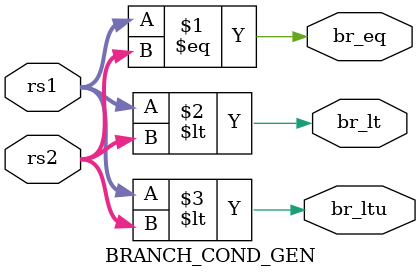
<source format=sv>
`timescale 1ns / 1ps


module BRANCH_COND_GEN(
    input [31:0] rs1, rs2,
    output br_eq, br_lt, br_ltu
    );
    
    assign br_eq = (rs1 == rs2);
    assign br_lt = ($signed(rs1) < $signed(rs2));
    assign br_ltu = (rs1 < rs2);
    
endmodule

</source>
